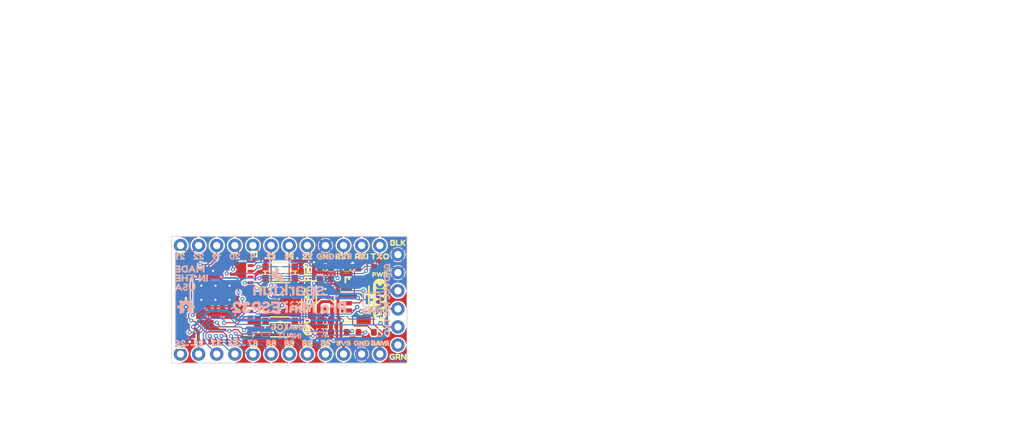
<source format=kicad_pcb>
(kicad_pcb (version 20221018) (generator pcbnew)
  (layers (0 "F.Cu" signal) (31 "B.Cu" signal) (34 "B.Paste" user) (35 "F.Paste" user) (36 "B.SilkS" user "B.Silkscreen") (37 "F.SilkS" user "F.Silkscreen") (38 "B.Mask" user) (39 "F.Mask" user) (44 "Edge.Cuts" user))
  (net 0 "")
  (net 1 "+3.3V")
  (net 2 "GND")
  (net 3 "VCC")
  (net 7 "ESP_34A")
  (net 8 "~{RESET}")
  (net 9 "ESP_3{slash}RX")
  (net 10 "ESP_1{slash}TX")
  (net 11 "ESP_12")
  (net 12 "ESP_15")
  (net 13 "ESP_2")
  (net 14 "ESP_20")
  (net 15 "ESP_7")
  (net 16 "ESP_8")
  (net 17 "ESP_5")
  (net 18 "ESP_19")
  (net 19 "ESP_22")
  (net 20 "ESP_21")
  (net 21 "ESP_32A")
  (net 22 "ESP_33A")
  (net 23 "ESP_25A")
  (net 24 "ESP_26A")
  (net 25 "ESP_27A")
  (net 26 "ESP_14A")
  (net 27 "ESP_13A")
  (net 28 "ESP_4A")
  (net 29 "ESP_36A")
  (net 30 "ESP_37A")
  (net 31 "ESP_38A")
  (net 32 "ESP_39A")
  (net 33 "ESP_35A")
  (net 35 "ESP_0{slash}STAT")
  (net 36 "Net-(D1-A)")
  (net 37 "Net-(D2-A)")
  (net 38 "Net-(JP1-A)")
  (footprint "kibuzzard-64DEDCED" (layer "F.Cu") (at 158.75 117.094)
    (fp_text reference "kibuzzard-64DEDCED" hide)
    (fp_text value "G***" hide)
  )
  (footprint "SparkFun-RF:ESP32-MINI" (layer "F.Cu") (at 135.71 123.19 90)
    (fp_text reference "U1")
    (fp_text value "ESP32-PICO-V3-02")
  )
  (footprint "kibuzzard-64DEDD08" (layer "F.Cu") (at 156.21 129.286)
    (fp_text reference "kibuzzard-64DEDD08" hide)
    (fp_text value "G***" hide)
  )
  (footprint "kibuzzard-64DEDCF2" (layer "F.Cu") (at 156.21 117.094)
    (fp_text reference "kibuzzard-64DEDCF2" hide)
    (fp_text value "G***" hide)
  )
  (footprint "kibuzzard-64DED70D" (layer "F.Cu") (at 148.59 129.286)
    (fp_text reference "kibuzzard-64DED70D" hide)
    (fp_text value "G***" hide)
  )
  (footprint "kibuzzard-64DAF158" (layer "F.Cu") (at 148.59 127 90)
    (fp_text reference "kibuzzard-64DAF158" hide)
    (fp_text value "G***" hide)
  )
  (footprint "SparkFun-Resistor:R_0603_1608Metric" (layer "F.Cu") (at 154.94 127.762 180)
    (fp_text reference "R2")
    (fp_text value "1k")
  )
  (footprint "SparkFun-Resistor:R_0603_1608Metric" (layer "F.Cu") (at 143.51 124.46 180)
    (fp_text reference "R3")
    (fp_text value "2.2k")
  )
  (footprint "SparkFun-LED:LED_0603_1608Metric" (layer "F.Cu") (at 146.812 123.19 90)
    (fp_text reference "D1")
    (fp_text value "Green")
  )
  (footprint "kibuzzard-64DAF507" (layer "F.Cu") (at 148.59 123.19 90)
    (fp_text reference "kibuzzard-64DAF507" hide)
    (fp_text value "G***" hide)
  )
  (footprint "SparkFun-Capacitor:C_0603_1608Metric" (layer "F.Cu") (at 151.13 127.762 180)
    (fp_text reference "C2")
    (fp_text value "1.0uF")
  )
  (footprint "kibuzzard-64DAF38C" (layer "F.Cu") (at 153.67 129.286)
    (fp_text reference "kibuzzard-64DAF38C" hide)
    (fp_text value "G***" hide)
  )
  (footprint "SparkFun-Semiconductor-Standard:SOT23-5" (layer "F.Cu") (at 151.13 123.19 90)
    (fp_text reference "U2")
    (fp_text value "AP2112K-3.3")
  )
  (footprint "kibuzzard-64DEDD0E" (layer "F.Cu") (at 158.75 129.286)
    (fp_text reference "kibuzzard-64DEDD0E" hide)
    (fp_text value "G***" hide)
  )
  (footprint "SparkFun-Aesthetic:Fiducial_0.5mm_Mask1mm" (layer "F.Cu") (at 159.766 126.238)
    (fp_text reference "FID2")
    (fp_text value "Fiducial_0.5")
  )
  (footprint "SparkFun-Aesthetic:Creative_Commons_License" (layer "F.Cu") (at 152.4 138.43)
    (fp_text reference "G2" hide)
    (fp_text value "OSHW_Logo" hide)
  )
  (footprint "kibuzzard-64DAF3F2" (layer "F.Cu") (at 146.05 117.094)
    (fp_text reference "kibuzzard-64DAF3F2" hide)
    (fp_text value "G***" hide)
  )
  (footprint "SparkFun-Capacitor:C_0603_1608Metric" (layer "F.Cu") (at 151.13 126.111 180)
    (fp_text reference "C1")
    (fp_text value "10uF")
  )
  (footprint "kibuzzard-64DED73C" (layer "F.Cu") (at 143.51 129.286)
    (fp_text reference "kibuzzard-64DED73C" hide)
    (fp_text value "G***" hide)
  )
  (footprint "SparkFun-Aesthetic:ORDERING_INSTRUCTIONS" (layer "F.Cu") (at 185.4942 81.355)
    (fp_text reference "U3" hide)
    (fp_text value "~" hide)
  )
  (footprint "kibuzzard-64DEDB9E" (layer "F.Cu") (at 151.13 117.094)
    (fp_text reference "kibuzzard-64DEDB9E" hide)
    (fp_text value "G***" hide)
  )
  (footprint "kibuzzard-64F1582B" (layer "F.Cu") (at 158.757212 119.657744)
    (fp_text reference "kibuzzard-64F1582B" hide)
    (fp_text value "G***" hide)
  )
  (footprint "SparkFun-Connector:1X06" (layer "F.Cu") (at 161.29 129.54 90)
    (fp_text reference "J1")
    (fp_text value "Conn_01x06")
  )
  (footprint "kibuzzard-64DAF417" (layer "F.Cu") (at 148.59 117.094)
    (fp_text reference "kibuzzard-64DAF417" hide)
    (fp_text value "G***" hide)
  )
  (footprint "SparkFun-Resistor:R_0603_1608Metric" (layer "F.Cu") (at 158.75 127.762)
    (fp_text reference "R5")
    (fp_text value "1k")
  )
  (footprint "SparkFun-Resistor:R_0603_1608Metric" (layer "F.Cu") (at 154.94 118.618 180)
    (fp_text reference "R1")
    (fp_text value "10k")
  )
  (footprint "SparkFun-Switch:Momentary_SMD_4.6x2.8mm" (layer "F.Cu") (at 144.78 127)
    (fp_text reference "SW2")
    (fp_text value "Boot")
  )
  (footprint "kibuzzard-64DAF167" (layer "F.Cu") (at 148.59 119.38 90)
    (fp_text reference "kibuzzard-64DAF167" hide)
    (fp_text value "G***" hide)
  )
  (footprint "SparkFun-Capacitor:C_0603_1608Metric" (layer "F.Cu") (at 151.13 120.269)
    (fp_text reference "C6")
    (fp_text value "10uF")
  )
  (footprint "kibuzzard-64DEDB97" (layer "F.Cu") (at 153.67 117.094)
    (fp_text reference "kibuzzard-64DEDB97" hide)
    (fp_text value "G***" hide)
  )
  (footprint "kibuzzard-64DED707" (layer "F.Cu") (at 151.13 129.286)
    (fp_text reference "kibuzzard-64DED707" hide)
    (fp_text value "G***" hide)
  )
  (footprint "kibuzzard-64DED757" (layer "F.Cu") (at 161.29 131.191)
    (fp_text reference "kibuzzard-64DED757" hide)
    (fp_text value "G***" hide)
  )
  (footprint "SparkFun-Connector:JST04_1MM_Vertical" (layer "F.Cu") (at 155.575 123.19 -90)
    (fp_text reference "J5")
    (fp_text value "Qwiic_Vertical")
  )
  (footprint "SparkFun-Capacitor:C_0603_1608Metric" (layer "F.Cu") (at 151.13 118.618 180)
    (fp_text reference "C3")
    (fp_text value "1.0uF")
  )
  (footprint "SparkFun-Aesthetic:Fiducial_0.5mm_Mask1mm" (layer "F.Cu") (at 132.334 118.745)
    (fp_text reference "FID1")
    (fp_text value "Fiducial_0.5")
  )
  (footprint "kibuzzard-64DED75D" (layer "F.Cu") (at 161.29 115.189)
    (fp_text reference "kibuzzard-64DED75D" hide)
    (fp_text value "G***" hide)
  )
  (footprint "SparkFun-Switch:Momentary_SMD_4.6x2.8mm" (layer "F.Cu") (at 144.78 119.38 180)
    (fp_text reference "SW1")
    (fp_text value "Reset")
  )
  (footprint "SparkFun-Connector:1X12" (layer "F.Cu") (at 130.81 115.57)
    (fp_text reference "J3")
    (fp_text value "Conn_01x12")
  )
  (footprint "SparkFun-Aesthetic:qwiic_6mm" (layer "F.Cu") (at 158.75 123.19 90)
    (fp_text reference "G***" hide)
    (fp_text value "LOGO" hide)
  )
  (footprint "SparkFun-Resistor:R_0603_1608Metric" (layer "F.Cu") (at 143.51 121.92 180)
    (fp_text reference "R4")
    (fp_text value "2.2k")
  )
  (footprint "kibuzzard-64DED712" (layer "F.Cu") (at 146.05 129.286)
    (fp_text reference "kibuzzard-64DED712" hide)
    (fp_text value "G***" hide)
  )
  (footprint "SparkFun-LED:LED_0603_1608Metric" (layer "F.Cu") (at 158.75 118.618 180)
    (fp_text reference "D2")
    (fp_text value "Red")
  )
  (footprint "kibuzzard-64DED6B3" (layer "F.Cu") (at 143.51 117.094)
    (fp_text reference "kibuzzard-64DED6B3" hide)
    (fp_text value "G***" hide)
  )
  (footprint "kibuzzard-64DEDD67" (layer "B.Cu") (at 146.05 128.27 180)
    (fp_text reference "kibuzzard-64DEDD67" hide)
    (fp_text value "G***" hide)
  )
  (footprint "kibuzzard-64DEDB93" (layer "B.Cu") (at 153.67 117.094 180)
    (fp_text reference "kibuzzard-64DEDB93" hide)
    (fp_text value "G***" hide)
  )
  (footprint "kibuzzard-64DEDBDA" (layer "B.Cu") (at 158.75 129.286 180)
    (fp_text reference "kibuzzard-64DEDBDA" hide)
    (fp_text value "G***" hide)
  )
  (footprint "kibuzzard-64DED7E9" (layer "B.Cu") (at 140.97 117.094 180)
    (fp_text reference "kibuzzard-64DED7E9" hide)
    (fp_text value "G***" hide)
  )
  (footprint "kibuzzard-653C16CF" (layer "B.Cu") (at 135.89 129.286 180)
    (fp_text reference "kibuzzard-653C16CF" hide)
    (fp_text value "G***" hide)
  )
  (footprint "kibuzzard-64DED7AA" (layer "B.Cu") (at 158.75 117.094 180)
    (fp_text reference "kibuzzard-64DED7AA" hide)
    (fp_text value "G***" hide)
  )
  (footprint "kibuzzard-64DED6E8" (layer "B.Cu") (at 146.05 129.286 180)
    (fp_text reference "kibuzzard-64DED6E8" hide)
    (fp_text value "G***" hide)
  )
  (footprint "kibuzzard-64DEDCF2" (layer "B.Cu") (at 159.766 124.46 -90)
    (fp_text reference "kibuzzard-64DEDCF2" hide)
    (fp_text value "G***" hide)
  )
  (footprint "kibuzzard-64DEDAB2" (layer "B.Cu") (at 132.08 118.872 180)
    (fp_text reference "kibuzzard-64DEDAB2" hide)
    (fp_text value "G***" hide)
  )
  (footprint "kibuzzard-64F15705" (layer "B.Cu") (at 132.334 120.142 180)
    (fp_text reference "kibuzzard-64F15705" hide)
    (fp_text value "G***" hide)
  )
  (footprint "kibuzzard-64DEDD57" (layer "B.Cu") (at 159.766 121.92 -90)
    (fp_text reference "kibuzzard-64DEDD57" hide)
    (fp_text value "G***" hide)
  )
  (footprint "kibuzzard-64DAF417" (layer "B.Cu") (at 148.59 117.094 180)
    (fp_text reference "kibuzzard-64DAF417" hide)
    (fp_text value "G***" hide)
  )
  (footprint "kibuzzard-64DEDD54" (layer "B.Cu") (at 159.766 119.38 -90)
    (fp_text reference "kibuzzard-64DEDD54" hide)
    (fp_text value "G***" hide)
  )
  (footprint "kibuzzard-64DEDD6B" (layer "B.Cu") (at 146.05 127 180)
    (fp_text reference "kibuzzard-64DEDD6B" hide)
    (fp_text value "G***" hide)
  )
  (footprint "kibuzzard-6501F591" (layer "B.Cu") (at 157.622756 124.830656 180)
    (fp_text reference "kibuzzard-6501F591" hide)
    (fp_text value "G***" hide)
  )
  (footprint "kibuzzard-64DED800" (layer "B.Cu") (at 133.35 117.094 180)
    (fp_text reference "kibuzzard-64DED800" hide)
    (fp_text value "G***" hide)
  )
  (footprint "kibuzzard-64DAF3F2" (layer "B.Cu") (at 146.05 117.094 180)
    (fp_text reference "kibuzzard-64DAF3F2" hide)
    (fp_text value "G***" hide)
  )
  (footprint "kibuzzard-64DED7FB" (layer "B.Cu") (at 135.89 117.094 180)
    (fp_text reference "kibuzzard-64DED7FB" hide)
    (fp_text value "G***" hide)
  )
  (footprint "kibuzzard-64DAF38C" (layer "B.Cu") (at 153.67 129.286 180)
    (fp_text reference "kibuzzard-64DAF38C" hide)
    (fp_text value "G***" hide)
  )
  (footprint "kibuzzard-64DED6BE" (layer "B.Cu") (at 130.81 129.286 180)
    (fp_text reference "kibuzzard-64DED6BE" hide)
    (fp_text value "G***" hide)
  )
  (footprint "kibuzzard-64DEDCED" (layer "B.Cu") (at 159.766 127 -90)
    (fp_text reference "kibuzzard-64DEDCED" hide)
    (fp_text value "G***" hide)
  )
  (footprint "SparkFun-Aesthetic:SparkFun_Logo_10mm" (layer "B.Cu") (at 146.05 121.92 180)
    (fp_text reference "G***" hide)
    (fp_text value "LOGO" hide)
  )
  (footprint "kibuzzard-64DED79E" (layer "B.Cu") (at 156.21 117.094 180)
    (fp_text reference "kibuzzard-64DED79E" hide)
    (fp_text value "G***" hide)
  )
  (footprint "kibuzzard-64DED7F5" (layer "B.Cu") (at 138.43 117.094 180)
    (fp_text reference "kibuzzard-64DED7F5" hide)
    (fp_text value "G***" hide)
  )
  (footprint "SparkFun-Aesthetic:OSHW_Logo_2.5mm" (layer "B.Cu") (at 131.572 124.206 180)
    (fp_text reference "Ref**" hide)
    (fp_text value "Val**" hide)
  )
  (footprint "kibuzzard-64DED6CB" (layer "B.Cu") (at 138.43 129.286 180)
    (fp_text reference "kibuzzard-64DED6CB" hide)
    (fp_text value "G***" hide)
  )
  (footprint "kibuzzard-64DED6B3" (layer "B.Cu") (at 143.51 117.094 180)
    (fp_text reference "kibuzzard-64DED6B3" hide)
    (fp_text value "G***" hide)
  )
  (footprint "kibuzzard-64DED6FA" (layer "B.Cu") (at 151.13 129.286 180)
    (fp_text reference "kibuzzard-64DED6FA" hide)
    (fp_text value "G***" hide)
  )
  (footprint "kibuzzard-64DED6C3" (layer "B.Cu") (at 133.35 129.286 180)
    (fp_text reference "kibuzzard-64DED6C3" hide)
    (fp_text value "G***" hide)
  )
  (footprint "SparkFun-Connector:1X12" (layer "B.Cu") (at 130.81 130.81)
    (fp_text reference "J2")
    (fp_text value "Conn_01x12")
  )
  (footprint "kibuzzard-64DED6F2" (layer "B.Cu") (at 148.59 129.286 180)
    (fp_text reference "kibuzzard-64DED6F2" hide)
    (fp_text value "G***" hide)
  )
  (footprint "kibuzzard-64DEDA75" (layer "B.Cu") (at 131.445 121.412 180)
    (fp_text reference "kibuzzard-64DEDA75" hide)
    (fp_text value "G***" hide)
  )
  (footprint "kibuzzard-64DEDBD5" (layer "B.Cu") (at 156.21 129.286 180)
    (fp_text reference "kibuzzard-64DEDBD5" hide)
    (fp_text value "G***" hide)
  )
  (footprint "kibuzzard-64DED6DA" (layer "B.Cu") (at 140.97 129.286 180)
    (fp_text reference "kibuzzard-64DED6DA" hide)
    (fp_text value "G***" hide)
  )
  (footprint "kibuzzard-64DED804" (layer "B.Cu") (at 130.81 117.094 180)
    (fp_text reference "kibuzzard-64DED804" hide)
    (fp_text value "G***" hide)
  )
  (footprint "SparkFun-Jumper:SMT-JUMPER_2_NC_TRACE_SILK" (layer "B.Cu") (at 157.607 123.19 180)
    (fp_text reference "JP1")
    (fp_text value "PWR")
  )
  (footprint "kibuzzard-64DED6E1" (layer "B.Cu") (at 143.51 129.286 180)
    (fp_text reference "kibuzzard-64DED6E1" hide)
    (fp_text value "G***" hide)
  )
  (footprint "kibuzzard-64DEDE5E" (layer "B.Cu") (at 146.05 124.206 180)
    (fp_text reference "kibuzzard-64DEDE5E" hide)
    (fp_text value "G***" hide)
  )
  (footprint "kibuzzard-64DEDB8E" (layer "B.Cu") (at 151.13 117.094 180)
    (fp_text reference "kibuzzard-64DEDB8E" hide)
    (fp_text value "G***" hide)
  )
  (gr_line (start 140.97 128.524) (end 140.97 127.762) (stroke (width 0.1524)) (layer "B.SilkS"))
  (gr_line (start 151.13 127.762) (end 148.59 127.762) (stroke (width 0.1524)) (layer "B.SilkS"))
  (gr_line (start 151.13 128.524) (end 151.13 127.762) (stroke (width 0.1524)) (layer "B.SilkS"))
  (gr_line (start 140.97 127.762) (end 143.51 127.762) (stroke (width 0.1524)) (layer "B.SilkS"))
  (gr_rect (start 129.54 114.3) (end 162.56 132.08) (stroke (width 0.1)) (fill none) (layer "Edge.Cuts"))
  (gr_text "v12" (at 161.14358 131.389225) (layer "B.Cu" knockout) (effects (font (size 0.8 0.8) (thickness 0.2) bold) (justify mirror)))
  (segment (start 152.8858 122.9868) (end 152.8858 125.5929) (width 0.4064) (layer "F.Cu") (net 1))
  (segment (start 133.31 129.09) (end 133.31 127.722) (width 0.4064) (layer "F.Cu") (net 1))
  (segment (start 153.3118 128.6738) (end 153.3118 126.2273) (width 0.4064) (layer "F.Cu") (net 1))
  (segment (start 143.51 122.6095) (end 143.6455 122.6095) (width 0.1524) (layer "F.Cu") (net 1))
  (segment (start 152.8858 125.5929) (end 153.416 126.1231) (width 0.4064) (layer "F.Cu") (net 1))
  (segment (start 155.428816 122.69) (end 155.67029 122.931474) (width 0.4064) (layer "F.Cu") (net 1))
  (segment (start 133.31 127.722) (end 132.57606 126.98806) (width 0.4064) (layer "F.Cu") (net 1))
  (segment (start 150.171908 120.904) (end 150.18 120.895908) (width 0.4064) (layer "F.Cu") (net 1))
  (segment (start 145.060198 123.959922) (end 144.56012 124.46) (width 0.1524) (layer "F.Cu") (net 1))
  (segment (start 150.18 120.444) (end 150.355 120.269) (width 0.4064) (layer "F.Cu") (net 1))
  (segment (start 150.18 121.8899) (end 150.18 120.895908) (width 0.4064) (layer "F.Cu") (net 1))
  (segment (start 155.194 122.69) (end 155.428816 122.69) (width 0.4064) (layer "F.Cu") (net 1))
  (segment (start 155.194 119.189) (end 155.194 122.69) (width 0.1524) (layer "F.Cu") (net 1))
  (segment (start 143.6455 122.6095) (end 144.335 121.92) (width 0.1524) (layer "F.Cu") (net 1))
  (segment (start 154.064 122.69) (end 155.194 122.69) (width 0.4064) (layer "F.Cu") (net 1))
  (segment (start 153.67 130.81) (end 153.67 129.032) (width 0.4064) (layer "F.Cu") (net 1))
  (segment (start 150.18 120.895908) (end 150.18 120.444) (width 0.4064) (layer "F.Cu") (net 1))
  (segment (start 154.064 122.69) (end 153.1826 122.69) (width 0.4064) (layer "F.Cu") (net 1))
  (segment (start 153.67 129.032) (end 153.3118 128.6738) (width 0.4064) (layer "F.Cu") (net 1))
  (segment (start 149.5267 120.904) (end 150.171908 120.904) (width 0.4064) (layer "F.Cu") (net 1))
  (segment (start 153.1826 122.69) (end 152.8858 122.9868) (width 0.4064) (layer "F.Cu") (net 1))
  (segment (start 144.56012 124.46) (end 144.335 124.46) (width 0.1524) (layer "F.Cu") (net 1))
  (segment (start 153.3118 126.2273) (end 153.416 126.1231) (width 0.4064) (layer "F.Cu") (net 1))
  (segment (start 155.765 118.618) (end 155.194 119.189) (width 0.1524) (layer "F.Cu") (net 1))
  (via (at 153.416 126.1231) (size 0.6096) (drill 0.3048) (layers "F.Cu" "B.Cu") (net 1))
  (via (at 145.060198 123.959922) (size 0.6096) (drill 0.3048) (layers "F.Cu" "B.Cu") (net 1))
  (via (at 143.51 122.6095) (size 0.6096) (drill 0.3048) (layers "F.Cu" "B.Cu") (net 1))
  (via (at 132.57606 126.98806) (size 0.56) (drill 0.3) (layers "F.Cu" "B.Cu") (net 1))
  (via (at 149.5267 120.904) (size 0.56) (drill 0.3) (layers "F.Cu" "B.Cu") (net 1))
  (via (at 155.67029 122.931474) (size 0.6096) (drill 0.3048) (layers "F.Cu" "B.Cu") (net 1))
  (segment (start 151.306309 122.8085) (end 149.606 122.8085) (width 0.4064) (layer "B.Cu") (net 1))
  (segment (start 145.060198 123.959922) (end 145.060198 122.834698) (width 0.1524) (layer "B.Cu") (net 1))
  (segment (start 157.0863 123.19) (end 155.928816 123.19) (width 0.1524) (layer "B.Cu") (net 1))
  (segment (start 132.57606 126.98806) (end 134.85012 124.714) (width 0.4064) (layer "B.Cu") (net 1))
  (segment (start 153.3149 126.022) (end 153.416 126.1231) (width 0.4064) (layer "B.Cu") (net 1))
  (segment (start 145.060198 122.834698) (end 145.034 122.8085) (width 0.1524) (layer "B.Cu") (net 1))
  (segment (start 149.606 122.8085) (end 145.034 122.8085) (width 0.4064) (layer "B.Cu") (net 1))
  (segment (start 155.67029 122.931474) (end 154.944526 122.931474) (width 0.4064) (layer "B.Cu") (net 1))
  (segment (start 134.85012 124.714) (end 137.414 124.714) (width 0.4064) (layer "B.Cu") (net 1))
  (segment (start 143.709 122.8085) (end 143.51 122.6095) (width 0.4064) (layer "B.Cu") (net 1))
  (segment (start 149.5267 120.904) (end 149.5267 122.7292) (width 0.4064) (layer "B.Cu") (net 1))
  (segment (start 149.5267 122.7292) (end 149.606 122.8085) (width 0.4064) (layer "B.Cu") (net 1))
  (segment (start 155.928816 123.19) (end 155.67029 122.931474) (width 0.1524) (layer "B.Cu") (net 1))
  (segment (start 151.433809 122.936) (end 151.306309 122.8085) (width 0.4064) (layer "B.Cu") (net 1))
  (segment (start 154.94 122.936) (end 151.433809 122.936) (width 0.4064) (layer "B.Cu") (net 1))
  (segment (start 138.722 126.022) (end 153.3149 126.022) (width 0.4064) (layer "B.Cu") (net 1))
  (segment (start 154.944526 122.931474) (end 154.94 122.936) (width 0.4064) (layer "B.Cu") (net 1))
  (segment (start 145.034 122.8085) (end 143.709 122.8085) (width 0.4064) (layer "B.Cu") (net 1))
  (segment (start 137.414 124.714) (end 138.722 126.022) (width 0.4064) (layer "B.Cu") (net 1))
  (segment (start 142.73 117.366) (end 142.748 117.348) (width 0.4064) (layer "F.Cu") (net 2))
  (segment (start 151.13 124.4901) (end 151.13 125.336) (width 0.4064) (layer "F.Cu") (net 2))
  (segment (start 141.332 117.24) (end 141.478 117.094) (width 0.4064) (layer "F.Cu") (net 2))
  (segment (start 150.355 128.537) (end 150.355 127.762) (width 0.4064) (layer "F.Cu") (net 2))
  (segment (start 141.376 126.39) (end 141.732 126.746) (width 0.4064) (layer "F.Cu") (net 2))
  (segment (start 140.66 117.24) (end 141.332 117.24) (width 0.4064) (layer "F.Cu") (net 2))
  (segment (start 142.73 118.58) (end 142.73 117.366) (width 0.4064) (layer "F.Cu") (net 2))
  (segment (start 135.71 125.165) (end 135.71 123.19) (width 0.4064) (layer "F.Cu") (net 2))
  (segment (start 141.732 128.778) (end 141.732 127.762) (width 0.4064) (layer "F.Cu") (net 2))
  (segment (start 140.66 129.14) (end 141.37 129.14) (width 0.4064) (layer "F.Cu") (net 2))
  (segment (start 137.685 125.165) (end 137.685 123.19) (width 0.4064) (layer "F.Cu") (net 2))
  (segment (start 140.61 126.39) (end 141.376 126.39) (width 0.4064) (layer "F.Cu") (net 2))
  (segment (start 133.735 125.165) (end 133.735 123.19) (width 0.4064) (layer "F.Cu") (net 2))
  (segment (start 133.735 125.165) (end 135.71 125.165) (width 0.4064) (layer "F.Cu") (net 2))
  (segment (start 141.732 126.746) (end 141.732 127.762) (width 0.4064) (layer "F.Cu") (net 2))
  (segment (start 135.71 125.165) (end 137.685 125.165) (width 0.4064) (layer "F.Cu") (net 2))
  (segment (start 140.61 129.09) (end 140.66 129.14) (width 0.4064) (layer "F.Cu") (net 2))
  (segment (start 149.987 128.905) (end 150.355 128.537) (width 0.4064) (layer "F.Cu") (net 2))
  (segment (start 151.13 125.336) (end 150.355 126.111) (width 0.4064) (layer "F.Cu") (net 2))
  (segment (start 150.355 126.111) (end 150.355 127.762) (width 0.4064) (layer "F.Cu") (net 2))
  (segment (start 139.71 129.09) (end 140.61 129.09) (width 0.4064) (layer "F.Cu") (net 2))
  (segment (start 141.37 129.14) (end 141.732 128.778) (width 0.4064) (layer "F.Cu") (net 2))
  (via (at 133.735 123.19) (size 0.56) (drill 0.3) (layers "F.Cu" "B.Cu") (net 2))
  (via (at 154.94 117.983) (size 0.56) (drill 0.3) (layers "F.Cu" "B.Cu") (net 2))
  (via (at 151.13 121.666) (size 0.56) (drill 0.3) (layers "F.Cu" "B.Cu") (net 2))
  (via (at 141.478 117.094) (size 0.6096) (drill 0.3048) (layers "F.Cu" "B.Cu") (net 2))
  (via (at 135.382 119.126) (size 0.56) (drill 0.3) (layers "F.Cu" "B.Cu") (net 2))
  (via (at 131.572 124.206) (size 0.56) (drill 0.3) (layers "F.Cu" "B.Cu") (net 2))
  (via (at 131.572 122.936) (size 0.56) (drill 0.3) (layers "F.Cu" "B.Cu") (net 2))
  (via (at 135.71 121.215) (size 0.56) (drill 0.3) (layers "F.Cu" "B.Cu") (net 2))
  (via (at 141.732 127.762) (size 0.56) (drill 0.3) (layers "F.Cu" "B.Cu") (net 2))
  (via (at 143.764 127.762) (size 0.56) (drill 0.3) (layers "F.Cu" "B.Cu") (net 2))
  (via (at 133.735 121.215) (size 0.56) (drill 0.3) (layers "F.Cu" "B.Cu") (net 2))
  (via (at 137.685 121.215) (size 0.56) (drill 0.3) (layers "F.Cu" "B.Cu") (net 2))
  (via (at 149.987 128.905) (size 0.56) (drill 0.3) (layers "F.Cu" "B.Cu") (net 2))
  (via (at 147.193 117.348) (size 0.56) (drill 0.3) (layers "F.Cu" "B.Cu") (net 2))
  (via (at 142.748 117.348) (size 0.56) (drill 0.3) (layers "F.Cu" "B.Cu") (net 2))
  (via (at 137.685 123.19) (size 0.56) (drill 0.3) (layers "F.Cu" "B.Cu") (net 2))
  (via (at 154.432 120.269) (size 0.56) (drill 0.3) (layers "F.Cu" "B.Cu") (net 2))
  (via (at 135.71 123.19) (size 0.56) (drill 0.3) (layers "F.Cu" "B.Cu") (net 2))
  (via (at 149.5267 117.919117) (size 0.56) (drill 0.3) (layers "F.Cu" "B.Cu") (net 2))
  (segment (start 152.08 123.7587) (end 152.08 124.4901) (width 0.4064) (layer "F.Cu") (net 3))
  (segment (start 151.905 126.111) (end 151.905 127.762) (width 0.5588) (layer "F.Cu") (net 3))
  (segment (start 150.462991 123.6192) (end 150.638191 123.444) (width 0.4064) (layer "F.Cu") (net 3))
  (segment (start 150.4468 123.6192) (end 150.462991 123.6192) (width 0.4064) (layer "F.Cu") (net 3))
  (segment (start 152.08 125.936) (end 152.08 124.4901) (width 0.5588) (layer "F.Cu") (net 3))
  (segment (start 150.18 124.4901) (end 150.18 123.886) (width 0.4064) (layer "F.Cu") (net 3))
  (segment (start 151.905 128.374) (end 151.905 127.762) (width 0.5588) (layer "F.Cu") (net 3))
  (segment (start 152.273 128.742) (end 151.905 128.374) (width 0.5588) (layer "F.Cu") (net 3))
  (segment (start 151.905 126.111) (end 152.08 125.936) (width 0.5588) (layer "F.Cu") (net 3))
  (segment (start 151.7653 123.444) (end 152.08 123.7587) (width 0.4064) (layer "F.Cu") (net 3))
  (segment (start 150.18 123.886) (end 150.4468 123.6192) (width 0.4064) (layer "F.Cu") (net 3))
  (segment (start 150.638191 123.444) (end 151.7653 123.444) (width 0.4064) (layer "F.Cu") (net 3))
  (via (at 152.273 128.742) (size 0.56) (drill 0.3) (layers "F.Cu" "B.Cu") (net 3))
  (segment (start 160.147 121.92) (end 159.639 122.428) (width 0.5588) (layer "B.Cu") (net 3))
  (segment (start 159.639 128.016) (end 158.913 128.742) (width 0.5588) (layer "B.Cu") (net 3))
  (segment (start 152.273 128.742) (end 158.913 128.742) (width 0.5588) (layer "B.Cu") (net 3))
  (segment (start 158.75 128.905) (end 158.913 128.742) (width 0.5588) (layer "B.Cu") (net 3))
  (segment (start 158.75 130.81) (end 158.75 128.905) (width 0.5588) (layer "B.Cu") (net 3))
  (segment (start 159.639 122.428) (end 159.639 128.016) (width 0.5588) (layer "B.Cu") (net 3))
  (segment (start 161.29 121.92) (end 160.147 121.92) (width 0.5588) (layer "B.Cu") (net 3))
  (segment (start 137.886931 128.307765) (end 138.11 128.530834) (width 0.1524) (layer "F.Cu") (net 7))
  (segment (start 138.11 128.530834) (end 138.11 129.09) (width 0.1524) (layer "F.Cu") (net 7))
  (via (at 137.886931 128.307765) (size 0.56) (drill 0.3) (layers "F.Cu" "B.Cu") (net 7))
  (segment (start 137.886931 128.307765) (end 138.103166 128.524) (width 0.1524) (layer "B.Cu") (net 7))
  (segment (start 146.4596 128.6796) (end 148.59 130.81) (width 0.1524) (layer "B.Cu") (net 7))
  (segment (start 138.103166 128.524) (end 139.358789 128.524) (width 0.1524) (layer "B.Cu") (net 7))
  (segment (start 139.514389 128.6796) (end 146.4596 128.6796) (width 0.1524) (layer "B.Cu") (net 7))
  (segment (start 139.358789 128.524) (end 139.514389 128.6796) (width 0.1524) (layer "B.Cu") (net 7))
  (segment (start 154.115 117.412) (end 154.115 118.618) (width 0.1524) (layer "F.Cu") (net 8))
  (segment (start 134.3178 127.7138) (end 132.842 126.238) (width 0.1524) (layer "F.Cu") (net 8))
  (segment (start 146.83 120.18) (end 147.79 120.18) (width 0.1524) (layer "F.Cu") (net 8))
  (segment (start 152.8345 118.624535) (end 152.841035 118.618) (width 0.1524) (layer "F.Cu") (net 8))
  (segment (start 137.31 128.243331) (end 136.780469 127.7138) (width 0.1524) (layer "F.Cu") (net 8))
  (segment (start 142.692 120.142) (end 142.73 120.18) (width 0.1524) (layer "F.Cu") (net 8))
  (segment (start 153.67 116.967) (end 154.115 117.412) (width 0.1524) (layer "F.Cu") (net 8))
  (segment (start 136.780469 127.7138) (end 134.3178 127.7138) (width 0.1524) (layer "F.Cu") (net 8))
  (segment (start 141.859 120.142) (end 142.692 120.142) (width 0.1524) (layer "F.Cu") (net 8))
  (segment (start 151.905 118.618) (end 152.841035 118.618) (width 0.1524) (layer "F.Cu") (net 8))
  (segment (start 153.67 115.57) (end 153.67 116.967) (width 0.1524) (layer "F.Cu") (net 8))
  (segment (start 132.842 126.238) (end 132.588 126.238) (width 0.1524) (layer "F.Cu") (net 8))
  (segment (start 152.8345 120.142) (end 152.8345 118.624535) (width 0.1524) (layer "F.Cu") (net 8))
  (segment (start 152.841035 118.618) (end 154.115 118.618) (width 0.1524) (layer "F.Cu") (net 8))
  (segment (start 147.79 120.18) (end 147.828 120.142) (width 0.1524) (layer "F.Cu") (net 8))
  (segment (start 137.31 129.09) (end 137.31 128.243331) (width 0.1524) (layer "F.Cu") (net 8))
  (via (at 147.828 120.142) (size 0.56) (drill 0.3) (layers "F.Cu" "B.Cu") (net 8))
  (via (at 152.8345 120.142) (size 0.56) (drill 0.3) (layers "F.Cu" "B.Cu") (net 8))
  (via (at 132.300982 126.106114) (size 0.56) (drill 0.3) (layers "F.Cu" "B.Cu") (net 8))
  (via (at 141.859 120.142) (size 0.56) (drill 0.3) (layers "F.Cu" "B.Cu") (net 8))
  (segment (start 132.588 120.142) (end 132.334 120.396) (width 0.1524) (layer "B.Cu") (net 8))
  (segment (start 147.574 119.888) (end 142.113 119.888) (width 0.1524) (layer "B.Cu") (net 8))
  (segment (start 147.828 120.142) (end 147.574 119.888) (width 0.1524) (layer "B.Cu") (net 8))
  (segment (start 141.859 120.142) (end 132.588 120.142) (width 0.1524) (layer "B.Cu") (net 8))
  (segment (start 131.949498 125.75463) (end 132.300982 126.106114) (width 0.1524) (layer "B.Cu") (net 8))
  (segment (start 148.1106 119.8594) (end 147.828 120.142) (width 0.1524) (layer "B.Cu") (net 8))
  (segment (start 132.334 124.734112) (end 131.949498 125.118614) (width 0.1524) (layer "B.Cu") (net 8))
  (segment (start 132.334 120.396) (end 132.334 124.734112) (width 0.1524) (layer "B.Cu") (net 8))
  (segment (start 152.5519 119.8594) (end 148.1106 119.8594) (width 0.1524) (layer "B.Cu") (net 8))
  (segment (start 152.8345 120.142) (end 152.5519 119.8594) (width 0.1524) (layer "B.Cu") (net 8))
  (segment (start 131.949498 125.118614) (end 131.949498 125.75463) (width 0.1524) (layer "B.Cu") (net 8))
  (segment (start 142.113 119.888) (end 141.859 120.142) (width 0.1524) (layer "B.Cu") (net 8))
  (segment (start 133.096 120.142) (end 132.9138 120.142) (width 0.1524) (layer "F.Cu") (net 9))
  (segment (start 132.7338 125.120898) (end 132.505698 125.349) (width 0.1524) (layer "F.Cu") (net 9))
  (segment (start 132.9138 120.142) (end 132.7338 120.322) (width 0.1524) (layer "F.Cu") (net 9))
  (segment (start 158.496 125.73) (end 159.766 124.46) (width 0.1524) (layer "F.Cu") (net 9))
  (segment (start 132.7338 120.322) (end 132.7338 125.120898) (width 0.1524) (layer "F.Cu") (net 9))
  (segment (start 135.71 117.528) (end 133.096 120.142) (width 0.1524) (layer "F.Cu") (net 9))
  (segment (start 135.71 117.29) (end 135.71 117.528) (width 0.1524) (layer "F.Cu") (net 9))
  (segment (start 159.766 124.46) (end 161.29 124.46) (width 0.1524) (layer "F.Cu") (net 9))
  (via (at 158.496 125.73) (size 0.6096) (drill 0.3048) (layers "F.Cu" "B.Cu") (net 9))
  (via (at 132.505698 125.349) (size 0.56) (drill 0.3) (layers "F.Cu" "B.Cu") (net 9))
  (segment (start 137.612574 124.2346) (end 134.651546 124.2346) (width 0.1524) (layer "B.Cu") (net 9))
  (segment (start 154.467714 125.892714) (end 154.1176 125.5426) (width 0.1524) (layer "B.Cu") (net 9))
  (segment (start 133.537146 125.349) (end 132.334 125.349) (width 0.1524) (layer "B.Cu") (net 9))
  (segment (start 158.496 125.73) (end 158.333286 125.892714) (width 0.1524) (layer "B.Cu") (net 9))
  (segment (start 154.1176 125.5426) (end 138.920574 125.5426) (width 0.1524) (layer "B.Cu") (net 9))
  (segment (start 158.333286 125.892714) (end 154.467714 125.892714) (width 0.1524) (layer "B.Cu") (net 9))
  (segment (start 134.651546 124.2346) (end 133.537146 125.349) (width 0.1524) (layer "B.Cu") (net 9))
  (segment (start 138.920574 125.5426) (end 137.612574 124.2346) (width 0.1524) (layer "B.Cu") (net 9))
  (segment (start 132.3814 120.176032) (end 132.767832 119.7896) (width 0.1524) (layer "F.Cu") (net 10))
  (segment (start 132.01986 126.757674) (end 131.744782 126.482596) (width 0.1524) (layer "F.Cu") (net 10))
  (segment (start 132.9404 119.7896) (end 134.91 117.82) (width 0.1524) (layer "F.Cu") (net 10))
  (segment (start 131.744782 126.482596) (end 131.744782 125.875728) (width 0.1524) (layer "F.Cu") (net 10))
  (segment (start 159.3633 127) (end 161.29 127) (width 0.1524) (layer "F.Cu") (net 10))
  (segment (start 132.08 127.762) (end 132.01986 127.70186) (width 0.1524) (layer "F.Cu") (net 10))
  (segment (start 134.91 117.82) (end 134.91 117.29) (width 0.1524) (layer "F.Cu") (net 10))
  (segment (start 131.949498 125.118614) (end 132.3814 124.686712) (width 0.1524) (layer "F.Cu") (net 10))
  (segment (start 131.744782 125.875728) (end 131.949498 125.671012) (width 0.1524) (layer "F.Cu") (net 10))
  (segment (start 131.949498 125.671012) (end 131.949498 125.118614) (width 0.1524) (layer "F.Cu") (net 10))
  (segment (start 132.3814 124.686712) (end 132.3814 120.176032) (width 0.1524) (layer "F.Cu") (net 10))
  (segment (start 132.767832 119.7896) (end 132.9404 119.7896) (width 0.1524) (layer "F.Cu") (net 10))
  (segment (start 158.8553 126.492) (end 159.3633 127) (width 0.1524) (layer "F.Cu") (net 10))
  (segment (start 132.01986 127.70186) (end 132.01986 126.757674) (width 0.1524) (layer "F.Cu") (net 10))
  (via (at 132.08 127.762) (size 0.56) (drill 0.3) (layers "F.Cu" "B.Cu") (net 10))
  (via (at 158.8553 126.492) (size 0.6096) (drill 0.3048) (layers "F.Cu" "B.Cu") (net 10))
  (segment (start 153.175341 126.7041) (end 153.118841 126.6476) (width 0.1524) (layer "B.Cu") (net 10))
  (segment (start 132.588 127.762) (end 132.08 127.762) (width 0.1524) (layer "B.Cu") (net 10))
  (segment (start 153.118841 126.6476) (end 138.669626 126.6476) (width 0.1524) (layer "B.Cu") (net 10))
  (segment (start 158.8553 126.492) (end 158.6432 126.7041) (width 0.1524) (layer "B.Cu") (net 10))
  (segment (start 137.440826 125.4188) (end 134.9312 125.4188) (width 0.1524) (layer "B.Cu") (net 10))
  (segment (start 134.9312 125.4188) (end 132.588 127.762) (width 0.1524) (layer "B.Cu") (net 10))
  (segment (start 138.669626 126.6476) (end 137.440826 125.4188) (width 0.1524) (layer "B.Cu") (net 10))
  (segment (start 158.6432 126.7041) (end 153.175341 126.7041) (width 0.1524) (layer "B.Cu") (net 10))
  (segment (start 154.129 123.625) (end 155.902 123.625) (width 0.1524) (layer "F.Cu") (net 12))
  (segment (start 156.464 123.063) (end 156.464 121.92) (width 0.1524) (layer "F.Cu") (net 12))
  (segment (start 155.902 123.625) (end 156.464 123.063) (width 0.1524) (layer "F.Cu") (net 12))
  (segment (start 141.555 120.79) (end 142.685 121.92) (width 0.1524) (layer "F.Cu") (net 12))
  (segment (start 140.609282 120.789282) (end 140.61 120.79) (width 0.1524) (layer "F.Cu") (net 12))
  (segment (start 140.61 120.79) (end 141.555 120.79) (width 0.1524) (layer "F.Cu") (net 12))
  (segment (start 154.064 123.69) (end 154.129 123.625) (width 0.1524) (layer "F.Cu") (net 12))
  (segment (start 139.804462 120.789282) (end 140.609282 120.789282) (width 0.1524) (layer "F.Cu") (net 12))
  (via (at 156.464 121.92) (size 0.6096) (drill 0.3048) (layers "F.Cu" "B.Cu") (net 12))
  (via (at 139.804462 120.789282) (size 0.56) (drill 0.3) (layers "F.Cu" "B.Cu") (net 12))
  (segment (start 141.998304 120.789282) (end 139.804462 120.789282) (width 0.1524) (layer "B.Cu") (net 12))
  (segment (start 147.1644 120.2404) (end 142.547186 120.2404) (width 0.1524) (layer "B.Cu") (net 12))
  (segment (start 148.058386 120.6982) (end 147.597614 120.6982) (width 0.1524) (layer "B.Cu") (net 12))
  (segment (start 147.2718 120.372386) (end 147.2718 120.3478) (width 0.1524) (layer "B.Cu") (net 12))
  (segment (start 147.597614 120.6982) (end 147.2718 120.372386) (width 0.1524) (layer "B.Cu") (net 12))
  (segment (start 147.2718 120.3478) (end 147.1644 120.2404) (width 0.1524) (layer "B.Cu") (net 12))
  (segment (start 148.544786 120.2118) (end 148.058386 120.6982) (width 0.1524) (layer "B.Cu") (net 12))
  (segment (start 153.162 121.92) (end 151.4538 120.2118) (width 0.1524) (layer "B.Cu") (net 12))
  (segment (start 151.4538 120.2118) (end 148.544786 120.2118) (width 0.1524) (layer "B.Cu") (net 12))
  (segment (start 142.547186 120.2404) (end 141.998304 120.789282) (width 0.1524) (layer "B.Cu") (net 12))
  (segment (start 156.464 121.92) (end 153.162 121.92) (width 0.1524) (layer "B.Cu") (net 12))
  (segment (start 138.91 117.29) (end 138.91 116.05) (width 0.1524) (layer "F.Cu") (net 14))
  (segment (start 138.91 116.05) (end 138.43 115.57) (width 0.1524) (layer "F.Cu") (net 14))
  (segment (start 138.176 118.9265) (end 138.11 118.8605) (width 0.1524) (layer "F.Cu") (net 15))
  (segment (start 138.11 118.8605) (end 138.11 117.29) (width 0.1524) (layer "F.Cu") (net 15))
  (via (at 138.176 118.9265) (size 0.56) (drill 0.3) (layers "F.Cu" "B.Cu") (net 15))
  (segment (start 156.693414 118.491) (end 157.861 118.491) (width 0.1524) (layer "B.Cu") (net 15))
  (segment (start 138.176 118.9265) (end 139.1677 117.9348) (width 0.1524) (layer "B.Cu") (net 15))
  (segment (start 158.75 117.602) (end 158.75 115.57) (width 0.1524) (layer "B.Cu") (net 15))
  (segment (start 157.861 118.491) (end 158.75 117.602) (width 0.1524) (layer "B.Cu") (net 15))
  (segment (start 156.029814 119.1546) (end 156.693414 118.491) (width 0.1524) (layer "B.Cu") (net 15))
  (segment (start 139.1677 117.9348) (end 148.645686 117.9348) (width 0.1524) (layer "B.Cu") (net 15))
  (segment (start 148.645686 117.9348) (end 149.865486 119.1546) (width 0.1524) (layer "B.Cu") (net 15))
  (segment (start 149.865486 119.1546) (end 156.029814 119.1546) (width 0.1524) (layer "B.Cu") (net 15))
  (segment (start 156.972 118.237) (end 156.21 117.475) (width 0.1524) (layer "F.Cu") (net 16))
  (segment (start 156.972 118.999) (end 156.972 118.237) (width 0.1524) (layer "F.Cu") (net 16))
  (segment (start 137.31 119.484) (end 137.287 119.507) (width 0.1524) (layer "F.Cu") (net 16))
  (segment (start 156.845 119.126) (end 156.972 118.999) (width 0.1524) (layer "F.Cu") (net 16))
  (segment (start 137.31 117.29) (end 137.31 119.484) (width 0.1524) (layer "F.Cu") (net 16))
  (segment (start 156.21 117.475) (end 156.21 115.57) (width 0.1524) (layer "F.Cu") (net 16))
  (via (at 137.287 119.507) (size 0.56) (drill 0.3) (layers "F.Cu" "B.Cu") (net 16))
  (via (at 156.845 119.126) (size 0.56) (drill 0.3) (layers "F.Cu" "B.Cu") (net 16))
  (segment (start 156.845 119.126) (end 156.464 119.507) (width 0.1524) (layer "B.Cu") (net 16))
  (segment (start 156.464 119.507) (end 137.287 119.507) (width 0.1524) (layer "B.Cu") (net 16))
  (segment (start 142.1319 124.46) (end 142.685 124.46) (width 0.1524) (layer "F.Cu") (net 17))
  (segment (start 138.938 120.4656) (end 138.5604 120.088) (width 0.1524) (layer "F.Cu") (net 17))
  (segment (start 155.091 124.69) (end 154.064 124.69) (width 0.1524) (layer "F.Cu") (net 17))
  (segment (start 138.938 122.174) (end 138.938 120.4656) (width 0.1524) (layer "F.Cu") (net 17))
  (segment (start 136.51 119.746) (end 136.51 117.29) (width 0.1524) (layer "F.Cu") (net 17))
  (segment (start 141.605 124.9869) (end 142.1319 124.46) (width 0.1524) (layer "F.Cu") (net 17))
  (segment (start 155.575 124.206) (end 155.091 124.69) (width 0.1524) (layer "F.Cu") (net 17))
  (segment (start 136.852 120.088) (end 136.51 119.746) (width 0.1524) (layer "F.Cu") (net 17))
  (segment (start 138.5604 120.088) (end 136.852 120.088) (width 0.1524) (layer "F.Cu") (net 17))
  (via (at 138.938 122.174) (size 0.56) (drill 0.3) (layers "F.Cu" "B.Cu") (net 17))
  (via (at 141.605 124.9869) (size 0.56) (drill 0.3) (layers "F.Cu" "B.Cu") (net 17))
  (via (at 155.575 124.206) (size 0.6096) (drill 0.3048) (layers "F.Cu" "B.Cu") (net 17))
  (segment (start 139.5919 124.9869) (end 141.605 124.9869) (width 0.1524) (layer "B.Cu") (net 17))
  (segment (start 155.575 124.206) (end 155.575 124.333) (width 0.1524) (layer "B.Cu") (net 17))
  (segment (start 155.575 124.333) (end 154.7178 125.1902) (width 0.1524) (layer "B.Cu") (net 17))
  (segment (start 154.7178 125.1902) (end 141.8083 125.1902) (width 0.1524) (layer "B.Cu") (net 17))
  (segment (start 141.8083 125.1902) (end 141.605 124.9869) (width 0.1524) (layer "B.Cu") (net 17))
  (segment (start 138.938 124.333) (end 139.5919 124.9869) (width 0.1524) (layer "B.Cu") (net 17))
  (segment (start 138.938 122.174) (end 138.938 124.333) (width 0.1524) (layer "B.Cu") (net 17))
  (segment (start 133.31 117.943) (end 133.31 117.29) (width 0.1524) (layer "F.Cu") (net 18))
  (segment (start 133.604 118.237) (end 133.31 117.943) (width 0.1524) (layer "F.Cu") (net 18))
  (via (at 133.604 118.237) (size 0.56) (drill 0.3) (layers "F.Cu" "B.Cu") (net 18))
  (segment (start 135.89 117.475) (end 135.89 115.57) (width 0.1524) (layer "B.Cu") (net 18))
  (segment (start 135.128 118.237) (end 135.89 117.475) (width 0.1524) (layer "B.Cu") (net 18))
  (segment (start 133.604 118.237) (end 135.128 118.237) (width 0.1524) (layer "B.Cu") (net 18))
  (segment (start 132.51 117.29) (end 132.51 116.41) (width 0.1524) (layer "F.Cu") (net 19))
  (segment (start 132.51 116.41) (end 133.35 115.57) (width 0.1524) (layer "F.Cu") (net 19))
  (segment (start 131.71 116.47) (end 130.81 115.57) (width 0.1524) (layer "F.Cu") (net 20))
  (segment (start 131.71 117.29) (end 131.71 116.47) (width 0.1524) (layer "F.Cu") (net 20))
  (segment (start 137.668 127.5557) (end 138.114345 127.5557) (width 0.1524) (layer "F.Cu") (net 21))
  (segment (start 138.114345 127.5557) (end 138.308348 127.361697) (width 0.1524) (layer "F.Cu") (net 21))
  (segment (start 138.76912 127.361697) (end 139.397423 127.99) (width 0.1524) (layer "F.Cu") (net 21))
  (segment (start 138.308348 127.361697) (end 138.76912 127.361697) (width 0.1524) (layer "F.Cu") (net 21))
  (segment (start 139.397423 127.99) (end 140.61 127.99) (width 0.1524) (layer "F.Cu") (net 21))
  (via (at 137.668 127.5557) (size 0.56) (drill 0.3) (layers "F.Cu" "B.Cu") (net 21))
  (segment (start 134.3538 128.0282) (end 134.3538 128.5118) (width 0.1524) (layer "B.Cu") (net 21))
  (segment (start 137.668 127.5557) (end 134.8263 127.5557) (width 0.1524) (layer "B.Cu") (net 21))
  (segment (start 138.107476 130.81) (end 138.43 130.81) (width 0.1524) (layer "B.Cu") (net 21))
  (segment (start 134.8263 127.5557) (end 134.3538 128.0282) (width 0.1524) (layer "B.Cu") (net 21))
  (segment (start 134.3538 128.5118) (end 135.389731 129.547731) (width 0.1524) (layer "B.Cu") (net 21))
  (segment (start 135.389731 129.547731) (end 136.845207 129.547731) (width 0.1524) (layer "B.Cu") (net 21))
  (segment (start 136.845207 129.547731) (end 138.107476 130.81) (width 0.1524) (layer "B.Cu") (net 21))
  (segment (start 139.9443 127.19) (end 140.61 127.19) (width 0.1524) (layer "F.Cu") (net 22))
  (segment (start 139.7 127.4343) (end 139.9443 127.19) (width 0.1524) (layer "F.Cu") (net 22))
  (via (at 139.7 127.4343) (size 0.56) (drill 0.3) (layers "F.Cu" "B.Cu") (net 22))
  (segment (start 134.883632 127) (end 134.0014 127.882232) (width 0.1524) (layer "B.Cu") (net 22))
  (segment (start 139.7 127.4343) (end 139.2657 127) (width 0.1524) (layer "B.Cu") (net 22))
  (segment (start 134.0014 127.882232) (end 134.0014 128.9214) (width 0.1524) (layer "B.Cu") (net 22))
  (segment (start 139.2657 127) (end 134.883632 127) (width 0.1524) (layer "B.Cu") (net 22))
  (segment (start 134.0014 128.9214) (end 135.89 130.81) (width 0.1524) (layer "B.Cu") (net 22))
  (segment (start 139.760768 125.59) (end 140.61 125.59) (width 0.1524) (layer "F.Cu") (net 23))
  (segment (start 135.89 126.492) (end 136.373302 126.975302) (width 0.1524) (layer "F.Cu") (net 23))
  (segment (start 136.373302 126.975302) (end 138.375466 126.975302) (width 0.1524) (layer "F.Cu") (net 23))
  (segment (start 138.375466 126.975302) (end 139.760768 125.59) (width 0.1524) (layer "F.Cu") (net 23))
  (segment (start 135.89 126.394302) (end 135.89 126.492) (width 0.1524) (layer "F.Cu") (net 23))
  (via (at 135.89 126.394302) (size 0.56) (drill 0.3) (layers "F.Cu" "B.Cu") (net 23))
  (segment (start 133.35 128.035262) (end 133.35 130.81) (width 0.1524) (layer "B.Cu") (net 23))
  (segment (start 135.89 126.394302) (end 134.99096 126.394302) (width 0.1524) (layer "B.Cu") (net 23))
  (segment (start 134.99096 126.394302) (end 133.35 128.035262) (width 0.1524) (layer "B.Cu") (net 23))
  (segment (start 138.432798 126.419602) (end 140.0624 124.79) (width 0.1524) (layer "F.Cu") (net 24))
  (segment (start 136.906 126.419602) (end 138.432798 126.419602) (width 0.1524) (layer "F.Cu") (net 24))
  (segment (start 140.0624 124.79) (end 140.61 124.79) (width 0.1524) (layer "F.Cu") (net 24))
  (via (at 136.906 126.419602) (size 0.56) (drill 0.3) (layers "F.Cu" "B.Cu") (net 24))
  (segment (start 130.81 130.076894) (end 130.81 130.81) (width 0.1524) (layer "B.Cu") (net 24))
  (segment (start 136.906 126.419602) (end 136.906 125.918104) (width 0.1524) (layer "B.Cu") (net 24))
  (segment (start 136.759096 125.7712) (end 135.115694 125.7712) (width 0.1524) (layer "B.Cu") (net 24))
  (segment (start 135.115694 125.7712) (end 130.81 130.076894) (width 0.1524) (layer "B.Cu") (net 24))
  (segment (start 136.906 125.918104) (end 136.759096 125.7712) (width 0.1524) (layer "B.Cu") (net 24))
  (segment (start 148.971 123.4606) (end 148.971 115.951) (width 0.1524) (layer "F.Cu") (net 25))
  (segment (start 148.971 115.951) (end 148.59 115.57) (width 0.1524) (layer "F.Cu") (net 25))
  (segment (start 139.4937 123.063) (end 139.4937 123.6187) (width 0.1524) (layer "F.Cu") (net 25))
  (segment (start 139.4937 123.6187) (end 139.865 123.99) (width 0.1524) (layer "F.Cu") (net 25))
  (segment (start 148.9399 123.4917) (end 148.971 123.4606) (width 0.1524) (layer "F.Cu") (net 25))
  (segment (start 139.865 123.99) (end 140.61 123.99) (width 0.1524) (layer "F.Cu") (net 25))
  (via (at 139.4937 123.063) (size 0.56) (drill 0.3) (layers "F.Cu" "B.Cu") (net 25))
  (via (at 148.9399 123.4917) (size 0.56) (drill 0.3) (layers "F.Cu" "B.Cu") (net 25))
  (segment (start 147.967832 124.8378) (end 148.9399 123.865732) (width 0.1524) (layer "B.Cu") (net 25))
  (segment (start 142.7448 124.8378) (end 147.967832 124.8378) (width 0.1524) (layer "B.Cu") (net 25))
  (segment (start 148.9399 123.865732) (end 148.9399 123.4917) (width 0.1524) (layer "B.Cu") (net 25))
  (segment (start 139.4937 123.7457) (end 139.8265 124.0785) (width 0.1524) (layer "B.Cu") (net 25))
  (segment (start 141.9855 124.0785) (end 142.7448 124.8378) (width 0.1524) (layer "B.Cu") (net 25))
  (segment (start 139.4937 123.063) (end 139.4937 123.7457) (width 0.1524) (layer "B.Cu") (net 25))
  (segment (start 139.8265 124.0785) (end 141.9855 124.0785) (width 0.1524) (layer "B.Cu") (net 25))
  (segment (start 146.05 121.412) (end 144.2715 123.1905) (width 0.1524) (layer "F.Cu") (net 26))
  (segment (start 143.269341 123.1905) (end 143.268841 123.19) (width 0.1524) (layer "F.Cu") (net 26))
  (segment (start 143.268841 123.19) (end 140.61 123.19) (width 0.1524) (layer "F.Cu") (net 26))
  (segment (start 144.2715 123.1905) (end 143.269341 123.1905) (width 0.1524) (layer "F.Cu") (net 26))
  (segment (start 146.05 115.57) (end 146.05 121.412) (width 0.1524) (layer "F.Cu") (net 26))
  (segment (start 141.544024 121.599976) (end 140.619976 121.599976) (width 0.1524) (layer "F.Cu") (net 27))
  (segment (start 140.619976 121.599976) (end 140.61 121.59) (width 0.1524) (layer "F.Cu") (net 27))
  (segment (start 143.51 121.158) (end 143.51 115.57) (width 0.1524) (layer "F.Cu") (net 27))
  (via (at 143.51 121.158) (size 0.56) (drill 0.3) (layers "F.Cu" "B.Cu") (net 27))
  (via (at 141.544024 121.599976) (size 0.56) (drill 0.3) (layers "F.Cu" "B.Cu") (net 27))
  (segment (start 143.51 121.158) (end 143.068024 121.599976) (width 0.1524) (layer "B.Cu") (net 27))
  (segment (start 143.068024 121.599976) (end 141.544024 121.599976) (width 0.1524) (layer "B.Cu") (net 27))
  (segment (start 142.1918 116.7918) (end 140.97 115.57) (width 0.1524) (layer "F.Cu") (net 28))
  (segment (start 141.8527 117.9893) (end 142.1918 117.6502) (width 0.1524) (layer "F.Cu") (net 28))
  (segment (start 141.4977 117.9893) (end 141.8527 117.9893) (width 0.1524) (layer "F.Cu") (net 28))
  (segment (start 142.1918 117.6502) (end 142.1918 116.7918) (width 0.1524) (layer "F.Cu") (net 28))
  (segment (start 141.097 118.39) (end 141.4977 117.9893) (width 0.1524) (layer "F.Cu") (net 28))
  (segment (start 141.097 118.39) (end 140.61 118.39) (width 0.1524) (layer "F.Cu") (net 28))
  (segment (start 134.91 128.27) (end 134.91 129.09) (width 0.1524) (layer "F.Cu") (net 30))
  (via (at 134.91 128.27) (size 0.56) (drill 0.3) (layers "F.Cu" "B.Cu") (net 30))
  (segment (start 135.8186 129.1786) (end 136.974444 129.1786) (width 0.1524) (layer "B.Cu") (net 30))
  (segment (start 136.974444 129.1786) (end 137.389844 129.594) (width 0.1524) (layer "B.Cu") (net 30))
  (segment (start 140.149684 130.81) (end 140.97 130.81) (width 0.1524) (layer "B.Cu") (net 30))
  (segment (start 134.91 128.27) (end 135.8186 129.1786) (width 0.1524) (layer "B.Cu") (net 30))
  (segment (start 137.389844 129.594) (end 138.933684 129.594) (width 0.1524) (layer "B.Cu") (net 30))
  (segment (start 138.933684 129.594) (end 140.149684 130.81) (width 0.1524) (layer "B.Cu") (net 30))
  (segment (start 135.71 128.323) (end 135.71 129.09) (width 0.1524) (layer "F.Cu") (net 31))
  (segment (start 135.763 128.27) (end 135.71 128.323) (width 0.1524) (layer "F.Cu") (net 31))
  (via (at 135.763 128.27) (size 0.56) (drill 0.3) (layers "F.Cu" "B.Cu") (net 31))
  (segment (start 135.763 128.27) (end 136.3192 128.8262) (width 0.1524) (layer "B.Cu") (net 31))
  (segment (start 136.3192 128.8262) (end 137.120412 128.8262) (width 0.1524) (layer "B.Cu") (net 31))
  (segment (start 142.1416 129.4416) (end 143.51 130.81) (width 0.1524) (layer "B.Cu") (net 31))
  (segment (start 137.535812 129.2416) (end 139.079652 129.2416) (width 0.1524) (layer "B.Cu") (net 31))
  (segment (start 137.120412 128.8262) (end 137.535812 129.2416) (width 0.1524) (layer "B.Cu") (net 31))
  (segment (start 139.079652 129.2416) (end 139.279652 129.4416) (width 0.1524) (layer "B.Cu") (net 31))
  (segment (start 139.279652 129.4416) (end 142.1416 129.4416) (width 0.1524) (layer "B.Cu") (net 31))
  (segment (start 136.550083 128.27) (end 136.51 128.310083) (width 0.1524) (layer "F.Cu") (net 32))
  (segment (start 136.51 128.310083) (end 136.51 129.09) (width 0.1524) (layer "F.Cu") (net 32))
  (via (at 136.550083 128.27) (size 0.56) (drill 0.3) (layers "F.Cu" "B.Cu") (net 32))
  (segment (start 136.550083 128.27) (end 137.06258 128.27) (width 0.1524) (layer "B.Cu") (net 32))
  (segment (start 144.272 129.032) (end 146.05 130.81) (width 0.1524) (layer "B.Cu") (net 32))
  (segment (start 139.225621 128.8892) (end 139.368421 129.032) (width 0.1524) (layer "B.Cu") (net 32))
  (segment (start 137.06258 128.27) (end 137.68178 128.8892) (width 0.1524) (layer "B.Cu") (net 32))
  (segment (start 137.68178 128.8892) (end 139.225621 128.8892) (width 0.1524) (layer "B.Cu") (net 32))
  (segment (start 139.368421 129.032) (end 144.272 129.032) (width 0.1524) (layer "B.Cu") (net 32))
  (segment (start 138.91 128.289163) (end 138.91 129.09) (width 0.1524) (layer "F.Cu") (net 33))
  (segment (start 138.538734 127.917897) (end 138.91 128.289163) (width 0.1524) (layer "F.Cu") (net 33))
  (via (at 138.538734 127.917897) (size 0.56) (drill 0.3) (layers "F.Cu" "B.Cu") (net 33))
  (segment (start 138.792437 128.1716) (end 139.504758 128.1716) (width 0.1524) (layer "B.Cu") (net 33))
  (segment (start 149.914 129.594) (end 151.13 130.81) (width 0.1524) (layer "B.Cu") (net 33))
  (segment (start 147.246047 128.3272) (end 148.512847 129.594) (width 0.1524) (layer "B.Cu") (net 33))
  (segment (start 139.660358 128.3272) (end 147.246047 128.3272) (width 0.1524) (layer "B.Cu") (net 33))
  (segment (start 138.538734 127.917897) (end 138.792437 128.1716) (width 0.1524) (layer "B.Cu") (net 33))
  (segment (start 139.504758 128.1716) (end 139.660358 128.3272) (width 0.1524) (layer "B.Cu") (net 33))
  (segment (start 148.512847 129.594) (end 149.914 129.594) (width 0.1524) (layer "B.Cu") (net 33))
  (segment (start 146.83 126.2) (end 145.542 126.2) (width 0.1524) (layer "F.Cu") (net 35))
  (segment (start 147.574 127.395471) (end 147.574 126.944) (width 0.1524) (layer "F.Cu") (net 35))
  (segment (start 149.352 127.600299) (end 148.3837 126.631999) (width 0.1524) (layer "F.Cu") (net 35))
  (segment (start 147.574 126.944) (end 146.83 126.2) (width 0.1524) (layer "F.Cu") (net 35))
  (segment (start 145.542 126.2) (end 144.78 126.2) (width 0.1524) (layer "F.Cu") (net 35))
  (segment (start 141.0875 119.19) (end 141.732 118.5455) (width 0.1524) (layer "F.Cu") (net 35))
  (segment (start 149.352 128.271562) (end 148.450091 128.271562) (width 0.1524) (layer "F.Cu") (net 35))
  (segment (start 148.450091 128.271562) (end 147.574 127.395471) (width 0.1524) (layer "F.Cu") (net 35))
  (segment (start 155.765 127.762) (end 156.718 127.762) (width 0.1524) (layer "F.Cu") (net 35))
  (segment (start 148.3837 120.1425) (end 148.3842 120.142) (width 0.1524) (layer "F.Cu") (net 35))
  (segment (start 148.3842 118.5221) (end 148.4153 118.491) (width 0.1524) (layer "F.Cu") (net 35))
  (segment (start 144.78 126.2) (end 143.646574 126.2) (width 0.1524) (layer "F.Cu") (net 35))
  (segment (start 140.61 119.19) (end 141.0875 119.19) (width 0.1524) (layer "F.Cu") (net 35))
  (segment (start 148.3842 120.142) (end 148.3842 118.5221) (width 0.1524) (layer "F.Cu") (net 35))
  (segment (start 148.3837 126.631999) (end 148.3837 120.1425) (width 0.1524) (layer "F.Cu") (net 35))
  (segment (start 143.646574 126.2) (end 142.73 126.2) (width 0.1524) (layer "F.Cu") (net 35))
  (segment (start 149.352 128.271562) (end 149.352 127.600299) (width 0.1524) (layer "F.Cu") (net 35))
  (via (at 148.4153 118.491) (size 0.56) (drill 0.3) (layers "F.Cu" "B.Cu") (net 35))
  (via (at 149.352 128.271562) (size 0.56) (drill 0.3) (layers "F.Cu" "B.Cu") (net 35))
  (via (at 156.718 127.762) (size 0.56) (drill 0.3) (layers "F.Cu" "B.Cu") (net 35))
  (via (at 141.732 118.5455) (size 0.56) (drill 0.3) (layers "F.Cu" "B.Cu") (net 35))
  (segment (start 148.3608 118.5455) (end 141.732 118.5455) (width 0.1524) (layer "B.Cu") (net 35))
  (segment (start 149.462062 128.1615) (end 156.3185 128.1615) (width 0.1524) (layer "B.Cu") (net 35))
  (segment (start 156.3185 128.1615) (end 156.718 127.762) (width 0.1524) (layer "B.Cu") (net 35))
  (segment (start 148.4153 118.491) (end 148.3608 118.5455) (width 0.1524) (layer "B.Cu") (net 35))
  (segment (start 149.352 128.271562) (end 149.462062 128.1615) (width 0.1524) (layer "B.Cu") (net 35))
  (segment (start 147.988102 122.842102) (end 147.5485 122.4025) (width 0.1524) (layer "F.Cu") (net 36))
  (segment (start 154.8607 127.5805) (end 154.6792 127.762) (width 0.1524) (layer "F.Cu") (net 36))
  (segment (start 148.393399 127.428284) (end 147.988102 127.022987) (width 0.1524) (layer "F.Cu") (net 36))
  (segment (start 147.5485 122.4025) (end 146.812 122.4025) (width 0.1524) (layer "F.Cu") (net 36))
  (segment (start 147.988102 127.022987) (end 147.988102 122.842102) (width 0.1524) (layer "F.Cu") (net 36))
  (segment (start 154.6792 127.762) (end 154.115 127.762) (width 0.1524) (layer "F.Cu") (net 36))
  (via (at 148.393399 127.428284) (size 0.56) (drill 0.3) (layers "F.Cu" "B.Cu") (net 36))
  (via (at 154.8607 127.5805) (size 0.56) (drill 0.3) (layers "F.Cu" "B.Cu") (net 36))
  (segment (start 148.393399 127.428284) (end 148.545615 127.5805) (width 0.1524) (layer "B.Cu") (net 36))
  (segment (start 148.545615 127.5805) (end 154.8607 127.5805) (width 0.1524) (layer "B.Cu") (net 36))
  (segment (start 159.575 127.762) (end 159.073448 127.762) (width 0.1524) (layer "F.Cu") (net 37))
  (segment (start 157.861 120.571614) (end 157.9625 120.470114) (width 0.1524) (layer "F.Cu") (net 37))
  (segment (start 159.073448 127.762) (end 157.861 126.549552) (width 0.1524) (layer "F.Cu") (net 37))
  (segment (start 157.861 126.549552) (end 157.861 120.571614) (width 0.1524) (layer "F.Cu") (net 37))
  (segment (start 157.9625 120.470114) (end 157.9625 118.618) (width 0.1524) (layer "F.Cu") (net 37))
  (segment (start 154.94 125.4414) (end 154.94 126.619) (width 0.1524) (layer "F.Cu") (net 38))
  (segment (start 156.103452 124.818688) (end 155.562712 124.818688) (width 0.1524) (layer "F.Cu") (net 38))
  (segment (start 155.562712 124.818688) (end 154.94 125.4414) (width 0.1524) (layer "F.Cu") (net 38))
  (segment (start 155.1872 126.8662) (end 157.0292 126.8662) (width 0.1524) (layer "F.Cu") (net 38))
  (segment (start 154.94 126.619) (end 155.1872 126.8662) (width 0.1524) (layer "F.Cu") (net 38))
  (segment (start 157.0292 126.8662) (end 157.925 127.762) (width 0.1524) (layer "F.Cu") (net 38))
  (via (at 156.103452 124.818688) (size 0.6096) (drill 0.3048) (layers "F.Cu" "B.Cu") (net 38))
  (segment (start 156.103452 124.818688) (end 157.121312 124.818688) (width 0.1524) (layer "B.Cu") (net 38))
  (segment (start 158.1277 123.8123) (end 158.1277 123.19) (width 0.1524) (layer "B.Cu") (net 38))
  (segment (start 157.121312 124.818688) (end 158.1277 123.8123) (width 0.1524) (layer "B.Cu") (net 38))
  (zone (net 2) (net_name "GND") (layers "F&B.Cu") (connect_pads (clearance 0.1524)) (min_thickness 0.1524) (fill yes (thermal_gap 0.127) (thermal_bridge_width 0.2032))
    (polygon (pts (xy 129.54 132.08) (xy 129.54 114.3) (xy 162.56 114.3) (xy 162.56 132.08)))
  )
)
</source>
